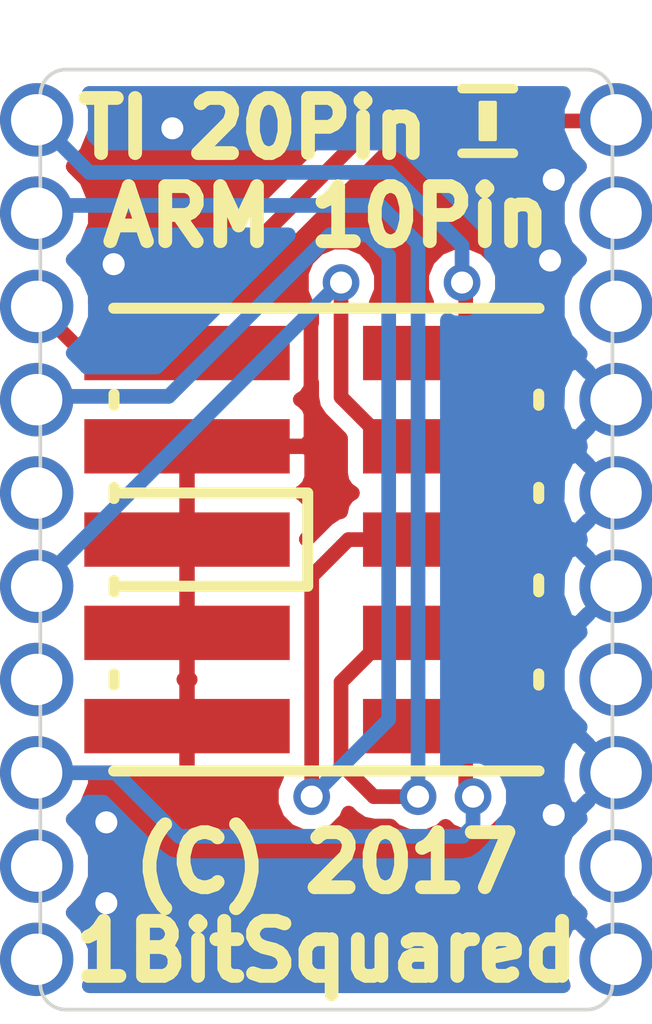
<source format=kicad_pcb>
(kicad_pcb (version 4) (host pcbnew 4.0.5-e0-6337~49~ubuntu16.04.1)

  (general
    (links 23)
    (no_connects 3)
    (area 146.074999 93.574999 153.925001 106.425001)
    (thickness 1.6)
    (drawings 11)
    (tracks 79)
    (zones 0)
    (modules 10)
    (nets 17)
  )

  (page A4)
  (title_block
    (title "ti 20pin 50mil jtag smd adapter")
    (rev V1.0d)
    (company 1BitSquared)
    (comment 1 "(C) 2017")
    (comment 2 "License: CC-BY-SA")
  )

  (layers
    (0 F.Cu signal)
    (31 B.Cu signal)
    (32 B.Adhes user)
    (33 F.Adhes user)
    (34 B.Paste user)
    (35 F.Paste user)
    (36 B.SilkS user)
    (37 F.SilkS user)
    (38 B.Mask user)
    (39 F.Mask user)
    (40 Dwgs.User user)
    (41 Cmts.User user)
    (42 Eco1.User user)
    (43 Eco2.User user)
    (44 Edge.Cuts user)
    (45 Margin user)
    (46 B.CrtYd user)
    (47 F.CrtYd user)
    (48 B.Fab user)
    (49 F.Fab user)
  )

  (setup
    (last_trace_width 0.2)
    (trace_clearance 0.19)
    (zone_clearance 0.2)
    (zone_45_only no)
    (trace_min 0.19)
    (segment_width 0.05)
    (edge_width 0.05)
    (via_size 0.5)
    (via_drill 0.3)
    (via_min_size 0.5)
    (via_min_drill 0.3)
    (uvia_size 0.3)
    (uvia_drill 0.1)
    (uvias_allowed no)
    (uvia_min_size 0.2)
    (uvia_min_drill 0.1)
    (pcb_text_width 0.3)
    (pcb_text_size 1.5 1.5)
    (mod_edge_width 0.15)
    (mod_text_size 1 1)
    (mod_text_width 0.15)
    (pad_size 0.5 0.5)
    (pad_drill 0.3)
    (pad_to_mask_clearance 0.05)
    (aux_axis_origin 0 0)
    (visible_elements FFFFEF7F)
    (pcbplotparams
      (layerselection 0x010f0_80000001)
      (usegerberextensions true)
      (excludeedgelayer true)
      (linewidth 0.100000)
      (plotframeref false)
      (viasonmask false)
      (mode 1)
      (useauxorigin false)
      (hpglpennumber 1)
      (hpglpenspeed 20)
      (hpglpendiameter 15)
      (hpglpenoverlay 2)
      (psnegative false)
      (psa4output false)
      (plotreference true)
      (plotvalue true)
      (plotinvisibletext false)
      (padsonsilk false)
      (subtractmaskfromsilk false)
      (outputformat 1)
      (mirror false)
      (drillshape 0)
      (scaleselection 1)
      (outputdirectory gerber))
  )

  (net 0 "")
  (net 1 /TMS)
  (net 2 /TDI)
  (net 3 /VREF)
  (net 4 /TDO)
  (net 5 GND)
  (net 6 /TCK)
  (net 7 /~RST)
  (net 8 /~TRST)
  (net 9 /EMU1)
  (net 10 /EMU3)
  (net 11 /TDIS/GND)
  (net 12 /KEY)
  (net 13 /RTCK)
  (net 14 /EMU0)
  (net 15 /EMU2)
  (net 16 /EMU4)

  (net_class Default "This is the default net class."
    (clearance 0.19)
    (trace_width 0.2)
    (via_dia 0.5)
    (via_drill 0.3)
    (uvia_dia 0.3)
    (uvia_drill 0.1)
    (add_net /EMU0)
    (add_net /EMU1)
    (add_net /EMU2)
    (add_net /EMU3)
    (add_net /EMU4)
    (add_net /KEY)
    (add_net /RTCK)
    (add_net /TCK)
    (add_net /TDI)
    (add_net /TDIS/GND)
    (add_net /TDO)
    (add_net /TMS)
    (add_net /VREF)
    (add_net /~RST)
    (add_net /~TRST)
    (add_net GND)
  )

  (module pkl_misc:via0305 (layer F.Cu) (tedit 5785F9EE) (tstamp 57870248)
    (at 147.9 94.4)
    (fp_text reference REF** (at 0 0.35) (layer F.SilkS) hide
      (effects (font (size 0.127 0.127) (thickness 0.03175)))
    )
    (fp_text value via0305 (at 0 -0.35) (layer F.Fab) hide
      (effects (font (size 0.127 0.127) (thickness 0.03175)))
    )
    (pad 1 thru_hole circle (at 0 0) (size 0.5 0.5) (drill 0.3) (layers *.Cu)
      (net 5 GND) (zone_connect 2))
  )

  (module pkl_misc:via0305 (layer F.Cu) (tedit 5785F9EE) (tstamp 57860063)
    (at 147 104.95)
    (fp_text reference REF** (at 0 0.35) (layer F.SilkS) hide
      (effects (font (size 0.127 0.127) (thickness 0.03175)))
    )
    (fp_text value via0305 (at 0 -0.35) (layer F.Fab) hide
      (effects (font (size 0.127 0.127) (thickness 0.03175)))
    )
    (pad 1 thru_hole circle (at 0 0) (size 0.5 0.5) (drill 0.3) (layers *.Cu)
      (net 5 GND) (zone_connect 2))
  )

  (module pkl_misc:via0305 (layer F.Cu) (tedit 5785F9EE) (tstamp 5786005F)
    (at 147 103.85)
    (fp_text reference REF** (at 0 0.35) (layer F.SilkS) hide
      (effects (font (size 0.127 0.127) (thickness 0.03175)))
    )
    (fp_text value via0305 (at 0 -0.35) (layer F.Fab) hide
      (effects (font (size 0.127 0.127) (thickness 0.03175)))
    )
    (pad 1 thru_hole circle (at 0 0) (size 0.5 0.5) (drill 0.3) (layers *.Cu)
      (net 5 GND) (zone_connect 2))
  )

  (module pkl_misc:via0305 (layer F.Cu) (tedit 5785F9EE) (tstamp 57860036)
    (at 153.1 103.75)
    (fp_text reference REF** (at 0 0.35) (layer F.SilkS) hide
      (effects (font (size 0.127 0.127) (thickness 0.03175)))
    )
    (fp_text value via0305 (at 0 -0.35) (layer F.Fab) hide
      (effects (font (size 0.127 0.127) (thickness 0.03175)))
    )
    (pad 1 thru_hole circle (at 0 0) (size 0.5 0.5) (drill 0.3) (layers *.Cu)
      (net 5 GND) (zone_connect 2))
  )

  (module pkl_misc:via0305 (layer F.Cu) (tedit 5785F9EE) (tstamp 57860032)
    (at 147.1 96.25)
    (fp_text reference REF** (at 0 0.35) (layer F.SilkS) hide
      (effects (font (size 0.127 0.127) (thickness 0.03175)))
    )
    (fp_text value via0305 (at 0 -0.35) (layer F.Fab) hide
      (effects (font (size 0.127 0.127) (thickness 0.03175)))
    )
    (pad 1 thru_hole circle (at 0 0) (size 0.5 0.5) (drill 0.3) (layers *.Cu)
      (net 5 GND) (zone_connect 2))
  )

  (module pkl_misc:via0305 (layer F.Cu) (tedit 5785F9EE) (tstamp 5786002E)
    (at 153.1 95.1)
    (fp_text reference REF** (at 0 0.35) (layer F.SilkS) hide
      (effects (font (size 0.127 0.127) (thickness 0.03175)))
    )
    (fp_text value via0305 (at 0 -0.35) (layer F.Fab) hide
      (effects (font (size 0.127 0.127) (thickness 0.03175)))
    )
    (pad 1 thru_hole circle (at 0 0) (size 0.5 0.5) (drill 0.3) (layers *.Cu)
      (net 5 GND) (zone_connect 2))
  )

  (module pkl_misc:ti_20pin_50mil_jtag_smd locked (layer F.Cu) (tedit 5785EE9C) (tstamp 5785EA96)
    (at 150 100)
    (path /57858C7E)
    (fp_text reference P1 (at 0 7.5) (layer F.Fab) hide
      (effects (font (size 1 1) (thickness 0.15)))
    )
    (fp_text value CONN_02X10 (at 0 -7.5) (layer F.Fab) hide
      (effects (font (size 1 1) (thickness 0.15)))
    )
    (fp_line (start -3.95 6.35) (end -3.95 -6.35) (layer F.Fab) (width 0.1))
    (fp_line (start 3.95 -6.35) (end 3.95 6.35) (layer F.Fab) (width 0.1))
    (fp_line (start 4.05 6.35) (end -4.05 6.35) (layer F.Fab) (width 0.2))
    (fp_line (start -4.05 -6.35) (end 4.05 -6.35) (layer F.Fab) (width 0.2))
    (fp_line (start 4.05 6.35) (end 4.05 -6.35) (layer F.Fab) (width 0.2))
    (fp_line (start -4.05 -6.35) (end -4.05 6.35) (layer F.Fab) (width 0.2))
    (fp_line (start -1.25 6.35) (end -1.25 -6.35) (layer F.Fab) (width 0.2))
    (fp_line (start 1.25 -6.35) (end 1.25 6.35) (layer F.Fab) (width 0.2))
    (pad 1 thru_hole circle (at -3.95 -5.715) (size 1 1) (drill 0.7) (layers *.Cu *.Mask)
      (net 1 /TMS))
    (pad 2 thru_hole circle (at 3.95 -5.715) (size 1 1) (drill 0.7) (layers *.Cu *.Mask)
      (net 8 /~TRST))
    (pad 3 thru_hole circle (at -3.95 -4.445) (size 1 1) (drill 0.7) (layers *.Cu *.Mask)
      (net 2 /TDI))
    (pad 4 thru_hole circle (at 3.95 -4.445) (size 1 1) (drill 0.7) (layers *.Cu *.Mask)
      (net 11 /TDIS/GND))
    (pad 5 thru_hole circle (at -3.95 -3.175) (size 1 1) (drill 0.7) (layers *.Cu *.Mask)
      (net 3 /VREF))
    (pad 6 thru_hole circle (at 3.95 -3.175) (size 1 1) (drill 0.7) (layers *.Cu *.Mask)
      (net 12 /KEY))
    (pad 7 thru_hole circle (at -3.95 -1.905) (size 1 1) (drill 0.7) (layers *.Cu *.Mask)
      (net 4 /TDO))
    (pad 8 thru_hole circle (at 3.95 -1.905) (size 1 1) (drill 0.7) (layers *.Cu *.Mask)
      (net 5 GND))
    (pad 9 thru_hole circle (at -3.95 -0.635) (size 1 1) (drill 0.7) (layers *.Cu *.Mask)
      (net 13 /RTCK))
    (pad 10 thru_hole circle (at 3.95 -0.635) (size 1 1) (drill 0.7) (layers *.Cu *.Mask)
      (net 5 GND))
    (pad 11 thru_hole circle (at -3.95 0.635) (size 1 1) (drill 0.7) (layers *.Cu *.Mask)
      (net 6 /TCK))
    (pad 12 thru_hole circle (at 3.95 0.635) (size 1 1) (drill 0.7) (layers *.Cu *.Mask)
      (net 5 GND))
    (pad 13 thru_hole circle (at -3.95 1.905) (size 1 1) (drill 0.7) (layers *.Cu *.Mask)
      (net 14 /EMU0))
    (pad 14 thru_hole circle (at 3.95 1.905) (size 1 1) (drill 0.7) (layers *.Cu *.Mask)
      (net 9 /EMU1))
    (pad 15 thru_hole circle (at -3.95 3.175) (size 1 1) (drill 0.7) (layers *.Cu *.Mask)
      (net 7 /~RST))
    (pad 16 thru_hole circle (at 3.95 3.175) (size 1 1) (drill 0.7) (layers *.Cu *.Mask)
      (net 5 GND))
    (pad 17 thru_hole circle (at -3.95 4.445) (size 1 1) (drill 0.7) (layers *.Cu *.Mask)
      (net 15 /EMU2))
    (pad 18 thru_hole circle (at 3.95 4.445) (size 1 1) (drill 0.7) (layers *.Cu *.Mask)
      (net 10 /EMU3))
    (pad 19 thru_hole circle (at -3.95 5.715) (size 1 1) (drill 0.7) (layers *.Cu *.Mask)
      (net 16 /EMU4))
    (pad 20 thru_hole circle (at 3.95 5.715) (size 1 1) (drill 0.7) (layers *.Cu *.Mask)
      (net 5 GND))
  )

  (module pkl_samtec:FTSH-105-XX-X-DV (layer F.Cu) (tedit 5785EE99) (tstamp 5785EAB5)
    (at 150 100 90)
    (path /5785F757)
    (fp_text reference X1 (at -4.1 0 180) (layer F.Fab) hide
      (effects (font (size 1 1) (thickness 0.15)))
    )
    (fp_text value JTAG-10 (at 4.2 0 180) (layer F.Fab) hide
      (effects (font (size 1 1) (thickness 0.15)))
    )
    (fp_line (start -3.3 -3.05) (end 3.3 -3.05) (layer F.CrtYd) (width 0.05))
    (fp_line (start -3.3 3.05) (end -3.3 -3.05) (layer F.CrtYd) (width 0.05))
    (fp_line (start 3.3 3.05) (end -3.3 3.05) (layer F.CrtYd) (width 0.05))
    (fp_line (start 3.3 -3.05) (end 3.3 3.05) (layer F.CrtYd) (width 0.05))
    (fp_line (start -0.635 -0.254) (end -0.635 -2.794) (layer F.SilkS) (width 0.15))
    (fp_line (start 0.635 -0.254) (end -0.635 -0.254) (layer F.SilkS) (width 0.15))
    (fp_line (start 0.635 -2.794) (end 0.635 -0.254) (layer F.SilkS) (width 0.15))
    (fp_line (start 1.8288 2.8956) (end 1.9812 2.8956) (layer F.SilkS) (width 0.15))
    (fp_line (start 0.5588 2.8956) (end 0.7112 2.8956) (layer F.SilkS) (width 0.15))
    (fp_line (start -0.7112 2.8956) (end -0.5334 2.8956) (layer F.SilkS) (width 0.15))
    (fp_line (start -1.9812 2.8956) (end -1.8288 2.8956) (layer F.SilkS) (width 0.15))
    (fp_line (start -1.8288 -2.8956) (end -1.9812 -2.8956) (layer F.SilkS) (width 0.15))
    (fp_line (start -0.5588 -2.8956) (end -0.7112 -2.8956) (layer F.SilkS) (width 0.15))
    (fp_line (start 0.7112 -2.8956) (end 0.5588 -2.8956) (layer F.SilkS) (width 0.15))
    (fp_line (start 1.9812 -2.8956) (end 1.8288 -2.8956) (layer F.SilkS) (width 0.15))
    (fp_line (start 3.15 2.9) (end 3.15 -2.9) (layer F.SilkS) (width 0.15))
    (fp_line (start -3.15 2.9) (end -3.15 -2.9) (layer F.SilkS) (width 0.15))
    (pad 1 smd rect (at 2.54 -1.9 270) (size 0.74 2.8) (layers F.Cu F.Paste F.Mask)
      (net 3 /VREF))
    (pad 2 smd rect (at 2.54 1.9 270) (size 0.74 2.8) (layers F.Cu F.Paste F.Mask)
      (net 1 /TMS))
    (pad 3 smd rect (at 1.27 -1.9 270) (size 0.74 2.8) (layers F.Cu F.Paste F.Mask)
      (net 5 GND))
    (pad 4 smd rect (at 1.27 1.9 270) (size 0.74 2.8) (layers F.Cu F.Paste F.Mask)
      (net 6 /TCK))
    (pad 5 smd rect (at 0 -1.9 270) (size 0.74 2.8) (layers F.Cu F.Paste F.Mask)
      (net 5 GND))
    (pad 6 smd rect (at 0 1.9 270) (size 0.74 2.8) (layers F.Cu F.Paste F.Mask)
      (net 4 /TDO))
    (pad 7 smd rect (at -1.27 -1.9 270) (size 0.74 2.8) (layers F.Cu F.Paste F.Mask)
      (net 5 GND))
    (pad 8 smd rect (at -1.27 1.9 270) (size 0.74 2.8) (layers F.Cu F.Paste F.Mask)
      (net 2 /TDI))
    (pad 9 smd rect (at -2.54 -1.9 270) (size 0.74 2.8) (layers F.Cu F.Paste F.Mask)
      (net 5 GND))
    (pad 10 smd rect (at -2.54 1.9 270) (size 0.74 2.8) (layers F.Cu F.Paste F.Mask)
      (net 7 /~RST))
    (model walter/conn_ftsh/FTSH-105-01-L-DV.wrl
      (at (xyz 0 0 0))
      (scale (xyz 1 1 1))
      (rotate (xyz 0 0 0))
    )
  )

  (module pkl_misc:via0305 (layer F.Cu) (tedit 5785F9EE) (tstamp 57860018)
    (at 153.05 96.2)
    (fp_text reference REF** (at 0 0.35) (layer F.SilkS) hide
      (effects (font (size 0.127 0.127) (thickness 0.03175)))
    )
    (fp_text value via0305 (at 0 -0.35) (layer F.Fab) hide
      (effects (font (size 0.127 0.127) (thickness 0.03175)))
    )
    (pad 1 thru_hole circle (at 0 0) (size 0.5 0.5) (drill 0.3) (layers *.Cu)
      (net 5 GND) (zone_connect 2))
  )

  (module pkl_dipol:R_0402 (layer F.Cu) (tedit 552C709B) (tstamp 587C1708)
    (at 152.2 94.3)
    (descr "Resistor SMD 0402, reflow soldering")
    (tags "resistor 0402")
    (path /587C157D)
    (attr smd)
    (fp_text reference R1 (at 0 -1.1) (layer F.Fab)
      (effects (font (size 0.635 0.635) (thickness 0.1)))
    )
    (fp_text value 1k (at 0 1.2) (layer F.Fab)
      (effects (font (size 0.635 0.635) (thickness 0.1)))
    )
    (fp_poly (pts (xy -0.1 0.25) (xy -0.1 -0.25) (xy 0.1 -0.25) (xy 0.1 0.25)
      (xy -0.1 0.25)) (layer F.SilkS) (width 0.05))
    (fp_line (start -0.95 -0.5) (end 0.95 -0.5) (layer F.CrtYd) (width 0.05))
    (fp_line (start -0.95 0.5) (end 0.95 0.5) (layer F.CrtYd) (width 0.05))
    (fp_line (start -0.95 -0.5) (end -0.95 0.5) (layer F.CrtYd) (width 0.05))
    (fp_line (start 0.95 -0.5) (end 0.95 0.5) (layer F.CrtYd) (width 0.05))
    (fp_line (start -0.35 -0.44) (end 0.35 -0.44) (layer F.SilkS) (width 0.13))
    (fp_line (start 0.35 0.44) (end -0.35 0.44) (layer F.SilkS) (width 0.13))
    (pad 1 smd rect (at -0.5 0) (size 0.5 0.6) (layers F.Cu F.Paste F.Mask)
      (net 3 /VREF))
    (pad 2 smd rect (at 0.5 0) (size 0.5 0.6) (layers F.Cu F.Paste F.Mask)
      (net 8 /~TRST))
    (model Resistors_SMD.3dshapes/R_0402.wrl
      (at (xyz 0 0 0))
      (scale (xyz 1 1 1))
      (rotate (xyz 0 0 0))
    )
  )

  (gr_text "(C) 2017\n1BitSquared" (at 150 105) (layer F.SilkS) (tstamp 5785FE3B)
    (effects (font (size 0.75 0.75) (thickness 0.1875)))
  )
  (gr_text "ARM 10Pin" (at 150 95.6) (layer F.SilkS) (tstamp 5785FE33)
    (effects (font (size 0.75 0.75) (thickness 0.1875)))
  )
  (gr_text "TI 20Pin" (at 149 94.4) (layer F.SilkS)
    (effects (font (size 0.75 0.75) (thickness 0.1875)))
  )
  (gr_line (start 146.45 106.4) (end 153.55 106.4) (layer Edge.Cuts) (width 0.05))
  (gr_line (start 146.45 93.6) (end 153.55 93.6) (layer Edge.Cuts) (width 0.05))
  (gr_arc (start 153.55 93.95) (end 153.55 93.6) (angle 90) (layer Edge.Cuts) (width 0.05))
  (gr_arc (start 146.45 93.95) (end 146.1 93.95) (angle 90) (layer Edge.Cuts) (width 0.05))
  (gr_arc (start 153.55 106.05) (end 153.9 106.05) (angle 90) (layer Edge.Cuts) (width 0.05))
  (gr_line (start 153.9 106.05) (end 153.9 93.95) (layer Edge.Cuts) (width 0.05))
  (gr_arc (start 146.45 106.05) (end 146.45 106.4) (angle 90) (layer Edge.Cuts) (width 0.05))
  (gr_line (start 146.1 93.95) (end 146.1 106.05) (layer Edge.Cuts) (width 0.05))

  (segment (start 146.05 94.285) (end 146.765 95) (width 0.2) (layer B.Cu) (net 1))
  (segment (start 146.765 95) (end 150.853553 95) (width 0.2) (layer B.Cu) (net 1))
  (segment (start 150.853553 95) (end 151.85 95.996447) (width 0.2) (layer B.Cu) (net 1))
  (segment (start 151.85 96.146447) (end 151.85 96.5) (width 0.2) (layer B.Cu) (net 1))
  (segment (start 151.85 95.996447) (end 151.85 96.146447) (width 0.2) (layer B.Cu) (net 1))
  (segment (start 151.9 97.46) (end 151.9 96.55) (width 0.2) (layer F.Cu) (net 1))
  (segment (start 151.9 96.55) (end 151.85 96.5) (width 0.2) (layer F.Cu) (net 1))
  (via (at 151.85 96.5) (size 0.5) (drill 0.3) (layers F.Cu B.Cu) (net 1))
  (segment (start 151.25 103.146447) (end 151.25 103.5) (width 0.2) (layer B.Cu) (net 2))
  (via (at 151.25 103.5) (size 0.5) (drill 0.3) (layers F.Cu B.Cu) (net 2))
  (segment (start 150.87 101.27) (end 150.2 101.94) (width 0.2) (layer F.Cu) (net 2))
  (segment (start 150.2 101.94) (end 150.2 103.053553) (width 0.2) (layer F.Cu) (net 2))
  (segment (start 150.2 103.053553) (end 150.646447 103.5) (width 0.2) (layer F.Cu) (net 2))
  (segment (start 150.646447 103.5) (end 150.896447 103.5) (width 0.2) (layer F.Cu) (net 2))
  (segment (start 150.896447 103.5) (end 151.25 103.5) (width 0.2) (layer F.Cu) (net 2))
  (segment (start 151.250012 103.146435) (end 151.25 103.146447) (width 0.2) (layer B.Cu) (net 2))
  (segment (start 151.250012 95.97031) (end 151.250012 103.146435) (width 0.2) (layer B.Cu) (net 2))
  (segment (start 150.729702 95.45) (end 151.250012 95.97031) (width 0.2) (layer B.Cu) (net 2))
  (segment (start 146.155 95.45) (end 150.729702 95.45) (width 0.2) (layer B.Cu) (net 2))
  (segment (start 146.05 95.555) (end 146.155 95.45) (width 0.2) (layer B.Cu) (net 2))
  (segment (start 151.9 101.27) (end 150.87 101.27) (width 0.2) (layer F.Cu) (net 2))
  (segment (start 148.1 97.46) (end 148.1 96.89) (width 0.2) (layer F.Cu) (net 3))
  (segment (start 151.25 94.3) (end 151.7 94.3) (width 0.2) (layer F.Cu) (net 3))
  (segment (start 148.1 96.89) (end 150.69 94.3) (width 0.2) (layer F.Cu) (net 3))
  (segment (start 150.69 94.3) (end 151.25 94.3) (width 0.2) (layer F.Cu) (net 3))
  (segment (start 148.1 97.46) (end 146.685 97.46) (width 0.2) (layer F.Cu) (net 3))
  (segment (start 146.685 97.46) (end 146.549999 97.324999) (width 0.2) (layer F.Cu) (net 3))
  (segment (start 146.549999 97.324999) (end 146.05 96.825) (width 0.2) (layer F.Cu) (net 3))
  (segment (start 149.8 103.5) (end 150.850001 102.449999) (width 0.2) (layer B.Cu) (net 4))
  (segment (start 150.850001 102.449999) (end 150.850001 96.135999) (width 0.2) (layer B.Cu) (net 4))
  (segment (start 147.85 98.05) (end 146.095 98.05) (width 0.2) (layer B.Cu) (net 4))
  (segment (start 150.850001 96.135999) (end 150.564013 95.850011) (width 0.2) (layer B.Cu) (net 4))
  (segment (start 150.564013 95.850011) (end 150.049989 95.850011) (width 0.2) (layer B.Cu) (net 4))
  (segment (start 150.049989 95.850011) (end 147.85 98.05) (width 0.2) (layer B.Cu) (net 4))
  (segment (start 146.095 98.05) (end 146.05 98.095) (width 0.2) (layer B.Cu) (net 4))
  (segment (start 149.8 100.5) (end 149.8 103.5) (width 0.2) (layer F.Cu) (net 4))
  (via (at 149.8 103.5) (size 0.5) (drill 0.3) (layers F.Cu B.Cu) (net 4))
  (segment (start 151.9 100) (end 150.3 100) (width 0.2) (layer F.Cu) (net 4))
  (segment (start 150.3 100) (end 149.8 100.5) (width 0.2) (layer F.Cu) (net 4))
  (segment (start 148.1 98.73) (end 149.7 98.73) (width 0.2) (layer F.Cu) (net 5))
  (segment (start 149.659999 96.240801) (end 150.8008 95.1) (width 0.2) (layer F.Cu) (net 5))
  (segment (start 149.7 98.73) (end 149.790001 98.639999) (width 0.2) (layer F.Cu) (net 5))
  (segment (start 152.746447 95.1) (end 153.1 95.1) (width 0.2) (layer F.Cu) (net 5))
  (segment (start 149.790001 98.639999) (end 149.790001 96.889205) (width 0.2) (layer F.Cu) (net 5))
  (segment (start 149.790001 96.889205) (end 149.659999 96.759203) (width 0.2) (layer F.Cu) (net 5))
  (segment (start 149.659999 96.759203) (end 149.659999 96.240801) (width 0.2) (layer F.Cu) (net 5))
  (segment (start 150.8008 95.1) (end 152.746447 95.1) (width 0.2) (layer F.Cu) (net 5))
  (segment (start 153.95 105.715) (end 153.1 104.865) (width 0.2) (layer F.Cu) (net 5))
  (segment (start 153.1 104.865) (end 153.1 103.75) (width 0.2) (layer F.Cu) (net 5))
  (segment (start 153.95 99.365) (end 153.450001 98.865001) (width 0.2) (layer B.Cu) (net 5))
  (segment (start 153.450001 98.865001) (end 153.450001 98.594999) (width 0.2) (layer B.Cu) (net 5))
  (segment (start 153.450001 98.594999) (end 153.95 98.095) (width 0.2) (layer B.Cu) (net 5))
  (segment (start 153.95 100.635) (end 153.450001 100.135001) (width 0.2) (layer B.Cu) (net 5))
  (segment (start 153.450001 100.135001) (end 153.450001 99.864999) (width 0.2) (layer B.Cu) (net 5))
  (segment (start 153.450001 99.864999) (end 153.95 99.365) (width 0.2) (layer B.Cu) (net 5))
  (segment (start 153.95 103.175) (end 153.1 102.325) (width 0.2) (layer B.Cu) (net 5))
  (segment (start 153.1 102.325) (end 153.1 101.485) (width 0.2) (layer B.Cu) (net 5))
  (segment (start 153.1 101.485) (end 153.450001 101.134999) (width 0.2) (layer B.Cu) (net 5))
  (segment (start 153.450001 101.134999) (end 153.95 100.635) (width 0.2) (layer B.Cu) (net 5))
  (segment (start 151.9 98.73) (end 150.87 98.73) (width 0.2) (layer F.Cu) (net 6))
  (segment (start 150.87 98.73) (end 150.2 98.06) (width 0.2) (layer F.Cu) (net 6))
  (segment (start 150.2 98.06) (end 150.2 96.853555) (width 0.2) (layer F.Cu) (net 6))
  (segment (start 150.2 96.853555) (end 150.2 96.500002) (width 0.2) (layer F.Cu) (net 6))
  (segment (start 150.184998 96.500002) (end 150.2 96.500002) (width 0.2) (layer B.Cu) (net 6))
  (via (at 150.2 96.500002) (size 0.5) (drill 0.3) (layers F.Cu B.Cu) (net 6))
  (segment (start 146.05 100.635) (end 150.184998 96.500002) (width 0.2) (layer B.Cu) (net 6))
  (segment (start 146.05 100.65) (end 146.05 100.635) (width 0.2) (layer B.Cu) (net 6))
  (segment (start 152 103.5) (end 152 103.9) (width 0.2) (layer B.Cu) (net 7))
  (segment (start 152 103.9) (end 151.859999 104.040001) (width 0.2) (layer B.Cu) (net 7))
  (segment (start 151.859999 104.040001) (end 147.989203 104.040001) (width 0.2) (layer B.Cu) (net 7))
  (segment (start 147.989203 104.040001) (end 147.124202 103.175) (width 0.2) (layer B.Cu) (net 7))
  (segment (start 147.124202 103.175) (end 146.757106 103.175) (width 0.2) (layer B.Cu) (net 7))
  (segment (start 146.757106 103.175) (end 146.05 103.175) (width 0.2) (layer B.Cu) (net 7))
  (segment (start 151.9 103.400002) (end 151.900002 103.400002) (width 0.2) (layer F.Cu) (net 7))
  (segment (start 151.900002 103.400002) (end 152 103.5) (width 0.2) (layer F.Cu) (net 7))
  (via (at 152 103.5) (size 0.5) (drill 0.3) (layers F.Cu B.Cu) (net 7))
  (segment (start 151.9 102.54) (end 151.9 103.400002) (width 0.2) (layer F.Cu) (net 7))
  (segment (start 152.7 94.3) (end 153.935 94.3) (width 0.2) (layer F.Cu) (net 8))
  (segment (start 153.935 94.3) (end 153.95 94.285) (width 0.2) (layer F.Cu) (net 8))

  (zone (net 5) (net_name GND) (layer F.Cu) (tstamp 0) (hatch edge 0.508)
    (connect_pads (clearance 0.2))
    (min_thickness 0.2)
    (fill yes (arc_segments 16) (thermal_gap 0.2) (thermal_bridge_width 0.21))
    (polygon
      (pts
        (xy 146.1 93.4) (xy 153.9 93.4) (xy 153.9 106.6) (xy 146.1 106.6)
      )
    )
    (filled_polygon
      (pts
        (xy 149.8 98.06) (xy 149.830448 98.213074) (xy 149.917157 98.342843) (xy 150.194123 98.619809) (xy 150.194123 99.1)
        (xy 150.215042 99.211173) (xy 150.280745 99.313279) (xy 150.357106 99.365454) (xy 150.286721 99.410745) (xy 150.218222 99.510997)
        (xy 150.196009 99.620684) (xy 150.146926 99.630448) (xy 150.017157 99.717157) (xy 149.739316 99.994998) (xy 149.725002 99.994998)
        (xy 149.8 99.92) (xy 149.8 99.570326) (xy 149.754328 99.460063) (xy 149.669936 99.375672) (xy 149.644171 99.365)
        (xy 149.669936 99.354328) (xy 149.754328 99.269937) (xy 149.8 99.159674) (xy 149.8 98.81) (xy 149.725 98.735)
        (xy 148.105 98.735) (xy 148.105 99.325) (xy 148.145 99.365) (xy 148.105 99.405) (xy 148.105 99.995)
        (xy 148.125 99.995) (xy 148.125 100.005) (xy 148.105 100.005) (xy 148.105 100.595) (xy 148.145 100.635)
        (xy 148.105 100.675) (xy 148.105 101.265) (xy 148.125 101.265) (xy 148.125 101.275) (xy 148.105 101.275)
        (xy 148.105 101.865) (xy 148.145 101.905) (xy 148.105 101.945) (xy 148.105 102.535) (xy 148.125 102.535)
        (xy 148.125 102.545) (xy 148.105 102.545) (xy 148.105 103.135) (xy 148.18 103.21) (xy 149.324888 103.21)
        (xy 149.250096 103.390118) (xy 149.249905 103.608922) (xy 149.333461 103.811143) (xy 149.488043 103.965995) (xy 149.690118 104.049904)
        (xy 149.908922 104.050095) (xy 150.111143 103.966539) (xy 150.265995 103.811957) (xy 150.303176 103.722414) (xy 150.363602 103.78284)
        (xy 150.363604 103.782843) (xy 150.493374 103.869552) (xy 150.646447 103.9) (xy 150.872163 103.9) (xy 150.938043 103.965995)
        (xy 151.140118 104.049904) (xy 151.358922 104.050095) (xy 151.561143 103.966539) (xy 151.624976 103.902818) (xy 151.688043 103.965995)
        (xy 151.890118 104.049904) (xy 152.108922 104.050095) (xy 152.311143 103.966539) (xy 152.465995 103.811957) (xy 152.549904 103.609882)
        (xy 152.550095 103.391078) (xy 152.477703 103.215877) (xy 153.148205 103.215877) (xy 153.145166 103.307535) (xy 153.257149 103.605443)
        (xy 153.28718 103.650387) (xy 153.422742 103.695187) (xy 153.575 103.542929) (xy 153.575 103.557071) (xy 153.429813 103.702258)
        (xy 153.462524 103.80124) (xy 153.272188 103.991245) (xy 153.150139 104.285172) (xy 153.149861 104.603432) (xy 153.271397 104.897572)
        (xy 153.462457 105.088965) (xy 153.429813 105.187742) (xy 153.575 105.332929) (xy 153.575 105.347071) (xy 153.422742 105.194813)
        (xy 153.28718 105.239613) (xy 153.155711 105.52945) (xy 153.145166 105.847535) (xy 153.23067 106.075) (xy 146.766742 106.075)
        (xy 146.849861 105.874828) (xy 146.850139 105.556568) (xy 146.728603 105.262428) (xy 146.546372 105.079879) (xy 146.727812 104.898755)
        (xy 146.849861 104.604828) (xy 146.850139 104.286568) (xy 146.728603 103.992428) (xy 146.546372 103.809879) (xy 146.727812 103.628755)
        (xy 146.849861 103.334828) (xy 146.84997 103.21) (xy 148.02 103.21) (xy 148.095 103.135) (xy 148.095 102.545)
        (xy 148.075 102.545) (xy 148.075 102.535) (xy 148.095 102.535) (xy 148.095 101.945) (xy 148.055 101.905)
        (xy 148.095 101.865) (xy 148.095 101.275) (xy 148.075 101.275) (xy 148.075 101.265) (xy 148.095 101.265)
        (xy 148.095 100.675) (xy 148.055 100.635) (xy 148.095 100.595) (xy 148.095 100.005) (xy 148.075 100.005)
        (xy 148.075 99.995) (xy 148.095 99.995) (xy 148.095 99.405) (xy 148.055 99.365) (xy 148.095 99.325)
        (xy 148.095 98.735) (xy 148.075 98.735) (xy 148.075 98.725) (xy 148.095 98.725) (xy 148.095 98.705)
        (xy 148.105 98.705) (xy 148.105 98.725) (xy 149.725 98.725) (xy 149.8 98.65) (xy 149.8 98.300326)
        (xy 149.754328 98.190063) (xy 149.669936 98.105672) (xy 149.642965 98.0945) (xy 149.713279 98.049255) (xy 149.781778 97.949003)
        (xy 149.8 97.859021)
      )
    )
    (filled_polygon
      (pts
        (xy 151.165042 94.711173) (xy 151.230745 94.813279) (xy 151.330997 94.881778) (xy 151.45 94.905877) (xy 151.95 94.905877)
        (xy 152.061173 94.884958) (xy 152.163279 94.819255) (xy 152.200004 94.765506) (xy 152.230745 94.813279) (xy 152.330997 94.881778)
        (xy 152.45 94.905877) (xy 152.95 94.905877) (xy 153.061173 94.884958) (xy 153.163279 94.819255) (xy 153.231778 94.719003)
        (xy 153.235626 94.7) (xy 153.255873 94.7) (xy 153.271397 94.737572) (xy 153.453628 94.920121) (xy 153.272188 95.101245)
        (xy 153.150139 95.395172) (xy 153.149861 95.713432) (xy 153.271397 96.007572) (xy 153.453628 96.190121) (xy 153.272188 96.371245)
        (xy 153.150139 96.665172) (xy 153.150035 96.784123) (xy 152.327553 96.784123) (xy 152.399904 96.609882) (xy 152.400095 96.391078)
        (xy 152.316539 96.188857) (xy 152.161957 96.034005) (xy 151.959882 95.950096) (xy 151.741078 95.949905) (xy 151.538857 96.033461)
        (xy 151.384005 96.188043) (xy 151.300096 96.390118) (xy 151.299905 96.608922) (xy 151.372297 96.784123) (xy 150.677554 96.784123)
        (xy 150.749904 96.609884) (xy 150.750095 96.39108) (xy 150.666539 96.188859) (xy 150.511957 96.034007) (xy 150.309882 95.950098)
        (xy 150.091078 95.949907) (xy 149.888857 96.033463) (xy 149.734005 96.188045) (xy 149.650096 96.39012) (xy 149.649905 96.608924)
        (xy 149.733461 96.811145) (xy 149.8 96.8778) (xy 149.8 97.058767) (xy 149.784958 96.978827) (xy 149.719255 96.876721)
        (xy 149.619003 96.808222) (xy 149.5 96.784123) (xy 148.771563 96.784123) (xy 150.855686 94.7) (xy 151.16294 94.7)
      )
    )
    (filled_polygon
      (pts
        (xy 150.536926 93.930448) (xy 150.407157 94.017157) (xy 147.817157 96.607157) (xy 147.730448 96.736926) (xy 147.72106 96.784123)
        (xy 146.850036 96.784123) (xy 146.850139 96.666568) (xy 146.728603 96.372428) (xy 146.546372 96.189879) (xy 146.727812 96.008755)
        (xy 146.849861 95.714828) (xy 146.850139 95.396568) (xy 146.728603 95.102428) (xy 146.546372 94.919879) (xy 146.727812 94.738755)
        (xy 146.849861 94.444828) (xy 146.850139 94.126568) (xy 146.766853 93.925) (xy 150.564315 93.925)
      )
    )
  )
  (zone (net 5) (net_name GND) (layer B.Cu) (tstamp 5785FE71) (hatch edge 0.508)
    (connect_pads (clearance 0.2))
    (min_thickness 0.2)
    (fill yes (arc_segments 16) (thermal_gap 0.2) (thermal_bridge_width 0.21))
    (polygon
      (pts
        (xy 146.1 93.4) (xy 153.9 93.4) (xy 153.9 106.6) (xy 146.1 106.6)
      )
    )
    (filled_polygon
      (pts
        (xy 153.150139 94.125172) (xy 153.149861 94.443432) (xy 153.271397 94.737572) (xy 153.453628 94.920121) (xy 153.272188 95.101245)
        (xy 153.150139 95.395172) (xy 153.149861 95.713432) (xy 153.271397 96.007572) (xy 153.453628 96.190121) (xy 153.272188 96.371245)
        (xy 153.150139 96.665172) (xy 153.149861 96.983432) (xy 153.271397 97.277572) (xy 153.462457 97.468965) (xy 153.429813 97.567742)
        (xy 153.575 97.712929) (xy 153.575 97.727071) (xy 153.422742 97.574813) (xy 153.28718 97.619613) (xy 153.155711 97.90945)
        (xy 153.145166 98.227535) (xy 153.257149 98.525443) (xy 153.28718 98.570387) (xy 153.422742 98.615187) (xy 153.575 98.462929)
        (xy 153.575 98.477071) (xy 153.429813 98.622258) (xy 153.465419 98.73) (xy 153.429813 98.837742) (xy 153.575 98.982929)
        (xy 153.575 98.997071) (xy 153.422742 98.844813) (xy 153.28718 98.889613) (xy 153.155711 99.17945) (xy 153.145166 99.497535)
        (xy 153.257149 99.795443) (xy 153.28718 99.840387) (xy 153.422742 99.885187) (xy 153.575 99.732929) (xy 153.575 99.747071)
        (xy 153.429813 99.892258) (xy 153.465419 100) (xy 153.429813 100.107742) (xy 153.575 100.252929) (xy 153.575 100.267071)
        (xy 153.422742 100.114813) (xy 153.28718 100.159613) (xy 153.155711 100.44945) (xy 153.145166 100.767535) (xy 153.257149 101.065443)
        (xy 153.28718 101.110387) (xy 153.422742 101.155187) (xy 153.575 101.002929) (xy 153.575 101.017071) (xy 153.429813 101.162258)
        (xy 153.462524 101.26124) (xy 153.272188 101.451245) (xy 153.150139 101.745172) (xy 153.149861 102.063432) (xy 153.271397 102.357572)
        (xy 153.462457 102.548965) (xy 153.429813 102.647742) (xy 153.575 102.792929) (xy 153.575 102.807071) (xy 153.422742 102.654813)
        (xy 153.28718 102.699613) (xy 153.155711 102.98945) (xy 153.145166 103.307535) (xy 153.257149 103.605443) (xy 153.28718 103.650387)
        (xy 153.422742 103.695187) (xy 153.575 103.542929) (xy 153.575 103.557071) (xy 153.429813 103.702258) (xy 153.462524 103.80124)
        (xy 153.272188 103.991245) (xy 153.150139 104.285172) (xy 153.149861 104.603432) (xy 153.271397 104.897572) (xy 153.462457 105.088965)
        (xy 153.429813 105.187742) (xy 153.575 105.332929) (xy 153.575 105.347071) (xy 153.422742 105.194813) (xy 153.28718 105.239613)
        (xy 153.155711 105.52945) (xy 153.145166 105.847535) (xy 153.23067 106.075) (xy 146.766742 106.075) (xy 146.849861 105.874828)
        (xy 146.850139 105.556568) (xy 146.728603 105.262428) (xy 146.546372 105.079879) (xy 146.727812 104.898755) (xy 146.849861 104.604828)
        (xy 146.850139 104.286568) (xy 146.728603 103.992428) (xy 146.546372 103.809879) (xy 146.727812 103.628755) (xy 146.750133 103.575)
        (xy 146.958516 103.575) (xy 147.70636 104.322844) (xy 147.836129 104.409553) (xy 147.989203 104.440001) (xy 151.859999 104.440001)
        (xy 152.013073 104.409553) (xy 152.142842 104.322844) (xy 152.28284 104.182845) (xy 152.282843 104.182843) (xy 152.369552 104.053073)
        (xy 152.4 103.9) (xy 152.4 103.877837) (xy 152.465995 103.811957) (xy 152.549904 103.609882) (xy 152.550095 103.391078)
        (xy 152.466539 103.188857) (xy 152.311957 103.034005) (xy 152.109882 102.950096) (xy 151.891078 102.949905) (xy 151.688857 103.033461)
        (xy 151.650012 103.072238) (xy 151.650012 97.012489) (xy 151.740118 97.049904) (xy 151.958922 97.050095) (xy 152.161143 96.966539)
        (xy 152.315995 96.811957) (xy 152.399904 96.609882) (xy 152.400095 96.391078) (xy 152.316539 96.188857) (xy 152.25 96.122202)
        (xy 152.25 95.996452) (xy 152.250001 95.996447) (xy 152.219552 95.843373) (xy 152.132843 95.713604) (xy 151.136396 94.717157)
        (xy 151.006627 94.630448) (xy 150.853553 94.6) (xy 146.930685 94.6) (xy 146.828047 94.497362) (xy 146.849861 94.444828)
        (xy 146.850139 94.126568) (xy 146.766853 93.925) (xy 153.233258 93.925)
      )
    )
    (filled_polygon
      (pts
        (xy 147.684314 97.65) (xy 146.731732 97.65) (xy 146.728603 97.642428) (xy 146.546372 97.459879) (xy 146.727812 97.278755)
        (xy 146.849861 96.984828) (xy 146.850139 96.666568) (xy 146.728603 96.372428) (xy 146.546372 96.189879) (xy 146.727812 96.008755)
        (xy 146.793733 95.85) (xy 149.484314 95.85)
      )
    )
  )
)

</source>
